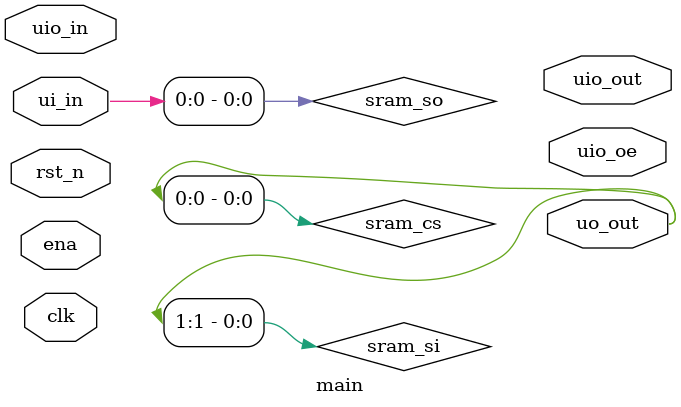
<source format=v>

module main (
  input  wire [7:0] ui_in,   // dedicated inputs
  output wire [7:0] uo_out,  // dedicated outputs
  input  wire [7:0] uio_in,  // bidirectional input path
  output wire [7:0] uio_out, // bidirectional output path
  output wire [7:0] uio_oe,  // bidir output enable (high=out)
  input  wire       ena,     // high when enabled
  input  wire       clk,     // clock
  input  wire       rst_n    // reset negated (low to reset)
);
  reg sram_cs;
  reg sram_si;
  reg sram_so;
  assign sram_cs = uo_out[0];
  assign sram_si = uo_out[1];
  assign sram_so = ui_in[0];

  /// Simple memory controller
  reg [23:0] address;
  always @(posedge clk) begin
    if (ena) begin
      if (!rst_n) begin
        // Reset case
        address <= 0;
      end else begin
        // Do something interesting here?
      end

      //sram_cs <= 1;
    end
  end
endmodule

</source>
